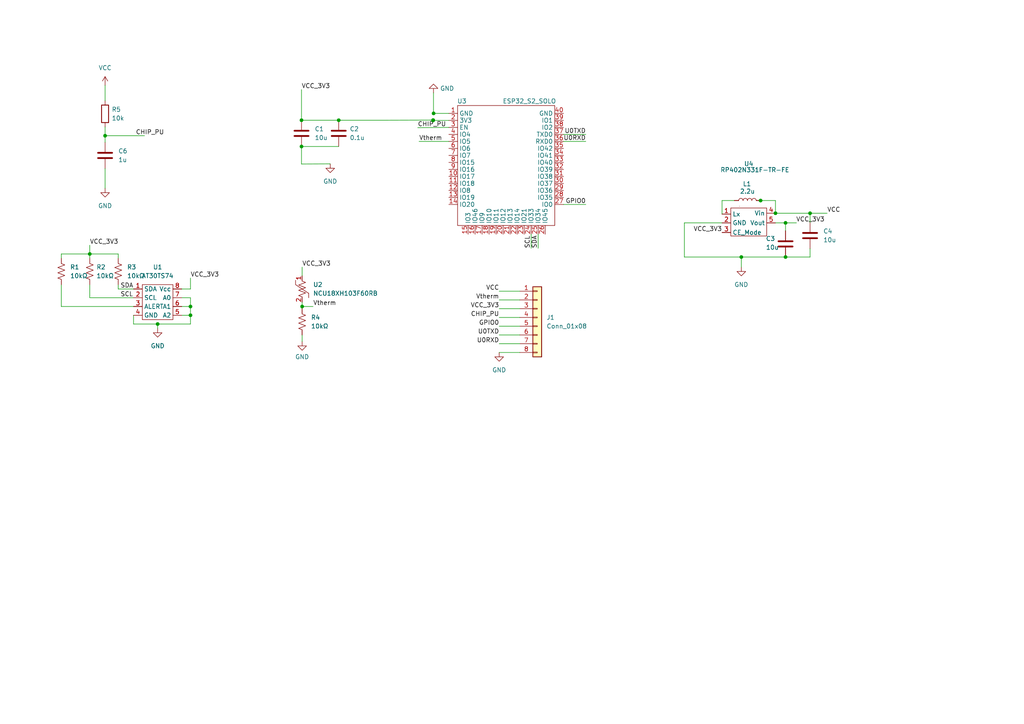
<source format=kicad_sch>
(kicad_sch (version 20211123) (generator eeschema)

  (uuid e63e39d7-6ac0-4ffd-8aa3-1841a4541b55)

  (paper "A4")

  (lib_symbols
    (symbol "CPU:ESP32_S2_SOLO" (in_bom yes) (on_board yes)
      (property "Reference" "U?" (id 0) (at -18.796 17.018 0)
        (effects (font (size 1.27 1.27)))
      )
      (property "Value" "ESP32_S2_SOLO" (id 1) (at 0.762 17.018 0)
        (effects (font (size 1.27 1.27)))
      )
      (property "Footprint" "ESP-32-S2:ESP-32-S2-SOLO" (id 2) (at -27.178 25.4 0)
        (effects (font (size 1.27 1.27)) hide)
      )
      (property "Datasheet" "" (id 3) (at -27.178 25.4 0)
        (effects (font (size 1.27 1.27)) hide)
      )
      (symbol "ESP32_S2_SOLO_0_1"
        (rectangle (start -20.066 15.748) (end 8.128 -19.05)
          (stroke (width 0) (type default) (color 0 0 0 0))
          (fill (type none))
        )
      )
      (symbol "ESP32_S2_SOLO_1_1"
        (pin input line (at -22.606 13.462 0) (length 2.54)
          (name "GND" (effects (font (size 1.27 1.27))))
          (number "1" (effects (font (size 1.27 1.27))))
        )
        (pin input line (at -22.606 -4.826 0) (length 2.54)
          (name "IO17" (effects (font (size 1.27 1.27))))
          (number "10" (effects (font (size 1.27 1.27))))
        )
        (pin input line (at -22.606 -6.858 0) (length 2.54)
          (name "IO18" (effects (font (size 1.27 1.27))))
          (number "11" (effects (font (size 1.27 1.27))))
        )
        (pin input line (at -22.606 -8.89 0) (length 2.54)
          (name "IO8" (effects (font (size 1.27 1.27))))
          (number "12" (effects (font (size 1.27 1.27))))
        )
        (pin input line (at -22.606 -10.922 0) (length 2.54)
          (name "IO19" (effects (font (size 1.27 1.27))))
          (number "13" (effects (font (size 1.27 1.27))))
        )
        (pin input line (at -22.606 -12.954 0) (length 2.54)
          (name "IO20" (effects (font (size 1.27 1.27))))
          (number "14" (effects (font (size 1.27 1.27))))
        )
        (pin input line (at -17.018 -21.59 90) (length 2.54)
          (name "IO3" (effects (font (size 1.27 1.27))))
          (number "15" (effects (font (size 1.27 1.27))))
        )
        (pin input line (at -14.986 -21.59 90) (length 2.54)
          (name "IO46" (effects (font (size 1.27 1.27))))
          (number "16" (effects (font (size 1.27 1.27))))
        )
        (pin input line (at -12.954 -21.59 90) (length 2.54)
          (name "IO9" (effects (font (size 1.27 1.27))))
          (number "17" (effects (font (size 1.27 1.27))))
        )
        (pin input line (at -10.922 -21.59 90) (length 2.54)
          (name "IO10" (effects (font (size 1.27 1.27))))
          (number "18" (effects (font (size 1.27 1.27))))
        )
        (pin input line (at -8.89 -21.59 90) (length 2.54)
          (name "IO11" (effects (font (size 1.27 1.27))))
          (number "19" (effects (font (size 1.27 1.27))))
        )
        (pin input line (at -22.606 11.43 0) (length 2.54)
          (name "3V3" (effects (font (size 1.27 1.27))))
          (number "2" (effects (font (size 1.27 1.27))))
        )
        (pin input line (at -6.858 -21.59 90) (length 2.54)
          (name "IO12" (effects (font (size 1.27 1.27))))
          (number "20" (effects (font (size 1.27 1.27))))
        )
        (pin input line (at -4.826 -21.59 90) (length 2.54)
          (name "IO13" (effects (font (size 1.27 1.27))))
          (number "21" (effects (font (size 1.27 1.27))))
        )
        (pin input line (at -2.794 -21.59 90) (length 2.54)
          (name "IO14" (effects (font (size 1.27 1.27))))
          (number "22" (effects (font (size 1.27 1.27))))
        )
        (pin input line (at -0.762 -21.59 90) (length 2.54)
          (name "IO21" (effects (font (size 1.27 1.27))))
          (number "23" (effects (font (size 1.27 1.27))))
        )
        (pin input line (at 1.27 -21.59 90) (length 2.54)
          (name "IO33" (effects (font (size 1.27 1.27))))
          (number "24" (effects (font (size 1.27 1.27))))
        )
        (pin input line (at 3.302 -21.59 90) (length 2.54)
          (name "IO34" (effects (font (size 1.27 1.27))))
          (number "25" (effects (font (size 1.27 1.27))))
        )
        (pin input line (at 5.334 -21.59 90) (length 2.54)
          (name "IO45" (effects (font (size 1.27 1.27))))
          (number "26" (effects (font (size 1.27 1.27))))
        )
        (pin input line (at 10.668 -12.954 180) (length 2.54)
          (name "IO0" (effects (font (size 1.27 1.27))))
          (number "27" (effects (font (size 1.27 1.27))))
        )
        (pin input line (at 10.668 -10.922 180) (length 2.54)
          (name "IO35" (effects (font (size 1.27 1.27))))
          (number "28" (effects (font (size 1.27 1.27))))
        )
        (pin input line (at 10.668 -8.89 180) (length 2.54)
          (name "IO36" (effects (font (size 1.27 1.27))))
          (number "29" (effects (font (size 1.27 1.27))))
        )
        (pin input line (at -22.606 9.398 0) (length 2.54)
          (name "EN" (effects (font (size 1.27 1.27))))
          (number "3" (effects (font (size 1.27 1.27))))
        )
        (pin input line (at 10.668 -6.858 180) (length 2.54)
          (name "IO37" (effects (font (size 1.27 1.27))))
          (number "30" (effects (font (size 1.27 1.27))))
        )
        (pin input line (at 10.668 -4.826 180) (length 2.54)
          (name "IO38" (effects (font (size 1.27 1.27))))
          (number "31" (effects (font (size 1.27 1.27))))
        )
        (pin input line (at 10.668 -2.794 180) (length 2.54)
          (name "IO39" (effects (font (size 1.27 1.27))))
          (number "32" (effects (font (size 1.27 1.27))))
        )
        (pin input line (at 10.668 -0.762 180) (length 2.54)
          (name "IO40" (effects (font (size 1.27 1.27))))
          (number "33" (effects (font (size 1.27 1.27))))
        )
        (pin input line (at 10.668 1.27 180) (length 2.54)
          (name "IO41" (effects (font (size 1.27 1.27))))
          (number "34" (effects (font (size 1.27 1.27))))
        )
        (pin input line (at 10.668 3.302 180) (length 2.54)
          (name "IO42" (effects (font (size 1.27 1.27))))
          (number "35" (effects (font (size 1.27 1.27))))
        )
        (pin input line (at 10.668 5.334 180) (length 2.54)
          (name "RXD0" (effects (font (size 1.27 1.27))))
          (number "36" (effects (font (size 1.27 1.27))))
        )
        (pin input line (at 10.668 7.366 180) (length 2.54)
          (name "TXD0" (effects (font (size 1.27 1.27))))
          (number "37" (effects (font (size 1.27 1.27))))
        )
        (pin input line (at 10.668 9.398 180) (length 2.54)
          (name "IO2" (effects (font (size 1.27 1.27))))
          (number "38" (effects (font (size 1.27 1.27))))
        )
        (pin input line (at 10.668 11.43 180) (length 2.54)
          (name "IO1" (effects (font (size 1.27 1.27))))
          (number "39" (effects (font (size 1.27 1.27))))
        )
        (pin input line (at -22.606 7.366 0) (length 2.54)
          (name "IO4" (effects (font (size 1.27 1.27))))
          (number "4" (effects (font (size 1.27 1.27))))
        )
        (pin input line (at 10.668 13.462 180) (length 2.54)
          (name "GND" (effects (font (size 1.27 1.27))))
          (number "40" (effects (font (size 1.27 1.27))))
        )
        (pin input line (at -22.606 5.334 0) (length 2.54)
          (name "IO5" (effects (font (size 1.27 1.27))))
          (number "5" (effects (font (size 1.27 1.27))))
        )
        (pin input line (at -22.606 3.302 0) (length 2.54)
          (name "IO6" (effects (font (size 1.27 1.27))))
          (number "6" (effects (font (size 1.27 1.27))))
        )
        (pin input line (at -22.606 1.27 0) (length 2.54)
          (name "IO7" (effects (font (size 1.27 1.27))))
          (number "7" (effects (font (size 1.27 1.27))))
        )
        (pin input line (at -22.606 -0.762 0) (length 2.54)
          (name "IO15" (effects (font (size 1.27 1.27))))
          (number "8" (effects (font (size 1.27 1.27))))
        )
        (pin input line (at -22.606 -2.794 0) (length 2.54)
          (name "IO16" (effects (font (size 1.27 1.27))))
          (number "9" (effects (font (size 1.27 1.27))))
        )
      )
    )
    (symbol "Connector_Generic:Conn_01x08" (pin_names (offset 1.016) hide) (in_bom yes) (on_board yes)
      (property "Reference" "J" (id 0) (at 0 10.16 0)
        (effects (font (size 1.27 1.27)))
      )
      (property "Value" "Conn_01x08" (id 1) (at 0 -12.7 0)
        (effects (font (size 1.27 1.27)))
      )
      (property "Footprint" "" (id 2) (at 0 0 0)
        (effects (font (size 1.27 1.27)) hide)
      )
      (property "Datasheet" "~" (id 3) (at 0 0 0)
        (effects (font (size 1.27 1.27)) hide)
      )
      (property "ki_keywords" "connector" (id 4) (at 0 0 0)
        (effects (font (size 1.27 1.27)) hide)
      )
      (property "ki_description" "Generic connector, single row, 01x08, script generated (kicad-library-utils/schlib/autogen/connector/)" (id 5) (at 0 0 0)
        (effects (font (size 1.27 1.27)) hide)
      )
      (property "ki_fp_filters" "Connector*:*_1x??_*" (id 6) (at 0 0 0)
        (effects (font (size 1.27 1.27)) hide)
      )
      (symbol "Conn_01x08_1_1"
        (rectangle (start -1.27 -10.033) (end 0 -10.287)
          (stroke (width 0.1524) (type default) (color 0 0 0 0))
          (fill (type none))
        )
        (rectangle (start -1.27 -7.493) (end 0 -7.747)
          (stroke (width 0.1524) (type default) (color 0 0 0 0))
          (fill (type none))
        )
        (rectangle (start -1.27 -4.953) (end 0 -5.207)
          (stroke (width 0.1524) (type default) (color 0 0 0 0))
          (fill (type none))
        )
        (rectangle (start -1.27 -2.413) (end 0 -2.667)
          (stroke (width 0.1524) (type default) (color 0 0 0 0))
          (fill (type none))
        )
        (rectangle (start -1.27 0.127) (end 0 -0.127)
          (stroke (width 0.1524) (type default) (color 0 0 0 0))
          (fill (type none))
        )
        (rectangle (start -1.27 2.667) (end 0 2.413)
          (stroke (width 0.1524) (type default) (color 0 0 0 0))
          (fill (type none))
        )
        (rectangle (start -1.27 5.207) (end 0 4.953)
          (stroke (width 0.1524) (type default) (color 0 0 0 0))
          (fill (type none))
        )
        (rectangle (start -1.27 7.747) (end 0 7.493)
          (stroke (width 0.1524) (type default) (color 0 0 0 0))
          (fill (type none))
        )
        (rectangle (start -1.27 8.89) (end 1.27 -11.43)
          (stroke (width 0.254) (type default) (color 0 0 0 0))
          (fill (type background))
        )
        (pin passive line (at -5.08 7.62 0) (length 3.81)
          (name "Pin_1" (effects (font (size 1.27 1.27))))
          (number "1" (effects (font (size 1.27 1.27))))
        )
        (pin passive line (at -5.08 5.08 0) (length 3.81)
          (name "Pin_2" (effects (font (size 1.27 1.27))))
          (number "2" (effects (font (size 1.27 1.27))))
        )
        (pin passive line (at -5.08 2.54 0) (length 3.81)
          (name "Pin_3" (effects (font (size 1.27 1.27))))
          (number "3" (effects (font (size 1.27 1.27))))
        )
        (pin passive line (at -5.08 0 0) (length 3.81)
          (name "Pin_4" (effects (font (size 1.27 1.27))))
          (number "4" (effects (font (size 1.27 1.27))))
        )
        (pin passive line (at -5.08 -2.54 0) (length 3.81)
          (name "Pin_5" (effects (font (size 1.27 1.27))))
          (number "5" (effects (font (size 1.27 1.27))))
        )
        (pin passive line (at -5.08 -5.08 0) (length 3.81)
          (name "Pin_6" (effects (font (size 1.27 1.27))))
          (number "6" (effects (font (size 1.27 1.27))))
        )
        (pin passive line (at -5.08 -7.62 0) (length 3.81)
          (name "Pin_7" (effects (font (size 1.27 1.27))))
          (number "7" (effects (font (size 1.27 1.27))))
        )
        (pin passive line (at -5.08 -10.16 0) (length 3.81)
          (name "Pin_8" (effects (font (size 1.27 1.27))))
          (number "8" (effects (font (size 1.27 1.27))))
        )
      )
    )
    (symbol "Device:C" (pin_numbers hide) (pin_names (offset 0.254)) (in_bom yes) (on_board yes)
      (property "Reference" "C" (id 0) (at 0.635 2.54 0)
        (effects (font (size 1.27 1.27)) (justify left))
      )
      (property "Value" "C" (id 1) (at 0.635 -2.54 0)
        (effects (font (size 1.27 1.27)) (justify left))
      )
      (property "Footprint" "" (id 2) (at 0.9652 -3.81 0)
        (effects (font (size 1.27 1.27)) hide)
      )
      (property "Datasheet" "~" (id 3) (at 0 0 0)
        (effects (font (size 1.27 1.27)) hide)
      )
      (property "ki_keywords" "cap capacitor" (id 4) (at 0 0 0)
        (effects (font (size 1.27 1.27)) hide)
      )
      (property "ki_description" "Unpolarized capacitor" (id 5) (at 0 0 0)
        (effects (font (size 1.27 1.27)) hide)
      )
      (property "ki_fp_filters" "C_*" (id 6) (at 0 0 0)
        (effects (font (size 1.27 1.27)) hide)
      )
      (symbol "C_0_1"
        (polyline
          (pts
            (xy -2.032 -0.762)
            (xy 2.032 -0.762)
          )
          (stroke (width 0.508) (type default) (color 0 0 0 0))
          (fill (type none))
        )
        (polyline
          (pts
            (xy -2.032 0.762)
            (xy 2.032 0.762)
          )
          (stroke (width 0.508) (type default) (color 0 0 0 0))
          (fill (type none))
        )
      )
      (symbol "C_1_1"
        (pin passive line (at 0 3.81 270) (length 2.794)
          (name "~" (effects (font (size 1.27 1.27))))
          (number "1" (effects (font (size 1.27 1.27))))
        )
        (pin passive line (at 0 -3.81 90) (length 2.794)
          (name "~" (effects (font (size 1.27 1.27))))
          (number "2" (effects (font (size 1.27 1.27))))
        )
      )
    )
    (symbol "Device:L" (pin_numbers hide) (pin_names (offset 1.016) hide) (in_bom yes) (on_board yes)
      (property "Reference" "L" (id 0) (at -1.27 0 90)
        (effects (font (size 1.27 1.27)))
      )
      (property "Value" "L" (id 1) (at 1.905 0 90)
        (effects (font (size 1.27 1.27)))
      )
      (property "Footprint" "" (id 2) (at 0 0 0)
        (effects (font (size 1.27 1.27)) hide)
      )
      (property "Datasheet" "~" (id 3) (at 0 0 0)
        (effects (font (size 1.27 1.27)) hide)
      )
      (property "ki_keywords" "inductor choke coil reactor magnetic" (id 4) (at 0 0 0)
        (effects (font (size 1.27 1.27)) hide)
      )
      (property "ki_description" "Inductor" (id 5) (at 0 0 0)
        (effects (font (size 1.27 1.27)) hide)
      )
      (property "ki_fp_filters" "Choke_* *Coil* Inductor_* L_*" (id 6) (at 0 0 0)
        (effects (font (size 1.27 1.27)) hide)
      )
      (symbol "L_0_1"
        (arc (start 0 -2.54) (mid 0.635 -1.905) (end 0 -1.27)
          (stroke (width 0) (type default) (color 0 0 0 0))
          (fill (type none))
        )
        (arc (start 0 -1.27) (mid 0.635 -0.635) (end 0 0)
          (stroke (width 0) (type default) (color 0 0 0 0))
          (fill (type none))
        )
        (arc (start 0 0) (mid 0.635 0.635) (end 0 1.27)
          (stroke (width 0) (type default) (color 0 0 0 0))
          (fill (type none))
        )
        (arc (start 0 1.27) (mid 0.635 1.905) (end 0 2.54)
          (stroke (width 0) (type default) (color 0 0 0 0))
          (fill (type none))
        )
      )
      (symbol "L_1_1"
        (pin passive line (at 0 3.81 270) (length 1.27)
          (name "1" (effects (font (size 1.27 1.27))))
          (number "1" (effects (font (size 1.27 1.27))))
        )
        (pin passive line (at 0 -3.81 90) (length 1.27)
          (name "2" (effects (font (size 1.27 1.27))))
          (number "2" (effects (font (size 1.27 1.27))))
        )
      )
    )
    (symbol "Device:R" (pin_numbers hide) (pin_names (offset 0)) (in_bom yes) (on_board yes)
      (property "Reference" "R" (id 0) (at 2.032 0 90)
        (effects (font (size 1.27 1.27)))
      )
      (property "Value" "R" (id 1) (at 0 0 90)
        (effects (font (size 1.27 1.27)))
      )
      (property "Footprint" "" (id 2) (at -1.778 0 90)
        (effects (font (size 1.27 1.27)) hide)
      )
      (property "Datasheet" "~" (id 3) (at 0 0 0)
        (effects (font (size 1.27 1.27)) hide)
      )
      (property "ki_keywords" "R res resistor" (id 4) (at 0 0 0)
        (effects (font (size 1.27 1.27)) hide)
      )
      (property "ki_description" "Resistor" (id 5) (at 0 0 0)
        (effects (font (size 1.27 1.27)) hide)
      )
      (property "ki_fp_filters" "R_*" (id 6) (at 0 0 0)
        (effects (font (size 1.27 1.27)) hide)
      )
      (symbol "R_0_1"
        (rectangle (start -1.016 -2.54) (end 1.016 2.54)
          (stroke (width 0.254) (type default) (color 0 0 0 0))
          (fill (type none))
        )
      )
      (symbol "R_1_1"
        (pin passive line (at 0 3.81 270) (length 1.27)
          (name "~" (effects (font (size 1.27 1.27))))
          (number "1" (effects (font (size 1.27 1.27))))
        )
        (pin passive line (at 0 -3.81 90) (length 1.27)
          (name "~" (effects (font (size 1.27 1.27))))
          (number "2" (effects (font (size 1.27 1.27))))
        )
      )
    )
    (symbol "Device:R_US" (pin_numbers hide) (pin_names (offset 0)) (in_bom yes) (on_board yes)
      (property "Reference" "R" (id 0) (at 2.54 0 90)
        (effects (font (size 1.27 1.27)))
      )
      (property "Value" "R_US" (id 1) (at -2.54 0 90)
        (effects (font (size 1.27 1.27)))
      )
      (property "Footprint" "" (id 2) (at 1.016 -0.254 90)
        (effects (font (size 1.27 1.27)) hide)
      )
      (property "Datasheet" "~" (id 3) (at 0 0 0)
        (effects (font (size 1.27 1.27)) hide)
      )
      (property "ki_keywords" "R res resistor" (id 4) (at 0 0 0)
        (effects (font (size 1.27 1.27)) hide)
      )
      (property "ki_description" "Resistor, US symbol" (id 5) (at 0 0 0)
        (effects (font (size 1.27 1.27)) hide)
      )
      (property "ki_fp_filters" "R_*" (id 6) (at 0 0 0)
        (effects (font (size 1.27 1.27)) hide)
      )
      (symbol "R_US_0_1"
        (polyline
          (pts
            (xy 0 -2.286)
            (xy 0 -2.54)
          )
          (stroke (width 0) (type default) (color 0 0 0 0))
          (fill (type none))
        )
        (polyline
          (pts
            (xy 0 2.286)
            (xy 0 2.54)
          )
          (stroke (width 0) (type default) (color 0 0 0 0))
          (fill (type none))
        )
        (polyline
          (pts
            (xy 0 -0.762)
            (xy 1.016 -1.143)
            (xy 0 -1.524)
            (xy -1.016 -1.905)
            (xy 0 -2.286)
          )
          (stroke (width 0) (type default) (color 0 0 0 0))
          (fill (type none))
        )
        (polyline
          (pts
            (xy 0 0.762)
            (xy 1.016 0.381)
            (xy 0 0)
            (xy -1.016 -0.381)
            (xy 0 -0.762)
          )
          (stroke (width 0) (type default) (color 0 0 0 0))
          (fill (type none))
        )
        (polyline
          (pts
            (xy 0 2.286)
            (xy 1.016 1.905)
            (xy 0 1.524)
            (xy -1.016 1.143)
            (xy 0 0.762)
          )
          (stroke (width 0) (type default) (color 0 0 0 0))
          (fill (type none))
        )
      )
      (symbol "R_US_1_1"
        (pin passive line (at 0 3.81 270) (length 1.27)
          (name "~" (effects (font (size 1.27 1.27))))
          (number "1" (effects (font (size 1.27 1.27))))
        )
        (pin passive line (at 0 -3.81 90) (length 1.27)
          (name "~" (effects (font (size 1.27 1.27))))
          (number "2" (effects (font (size 1.27 1.27))))
        )
      )
    )
    (symbol "Temp Sensors:AT30TS74" (in_bom yes) (on_board yes)
      (property "Reference" "U" (id 0) (at 0 0 0)
        (effects (font (size 1.27 1.27)))
      )
      (property "Value" "AT30TS74" (id 1) (at 0 0 0)
        (effects (font (size 1.27 1.27)))
      )
      (property "Footprint" "" (id 2) (at 0 0 0)
        (effects (font (size 1.27 1.27)) hide)
      )
      (property "Datasheet" "" (id 3) (at 0 0 0)
        (effects (font (size 1.27 1.27)) hide)
      )
      (symbol "AT30TS74_0_1"
        (rectangle (start -3.81 13.97) (end 5.08 3.81)
          (stroke (width 0) (type default) (color 0 0 0 0))
          (fill (type none))
        )
      )
      (symbol "AT30TS74_1_1"
        (pin bidirectional line (at -6.35 12.7 0) (length 2.54)
          (name "SDA" (effects (font (size 1.27 1.27))))
          (number "1" (effects (font (size 1.27 1.27))))
        )
        (pin input line (at -6.35 10.16 0) (length 2.54)
          (name "SCL" (effects (font (size 1.27 1.27))))
          (number "2" (effects (font (size 1.27 1.27))))
        )
        (pin output line (at -6.35 7.62 0) (length 2.54)
          (name "ALERT" (effects (font (size 1.27 1.27))))
          (number "3" (effects (font (size 1.27 1.27))))
        )
        (pin input line (at -6.35 5.08 0) (length 2.54)
          (name "GND" (effects (font (size 1.27 1.27))))
          (number "4" (effects (font (size 1.27 1.27))))
        )
        (pin input line (at 7.62 5.08 180) (length 2.54)
          (name "A2" (effects (font (size 1.27 1.27))))
          (number "5" (effects (font (size 1.27 1.27))))
        )
        (pin input line (at 7.62 7.62 180) (length 2.54)
          (name "A1" (effects (font (size 1.27 1.27))))
          (number "6" (effects (font (size 1.27 1.27))))
        )
        (pin input line (at 7.62 10.16 180) (length 2.54)
          (name "A0" (effects (font (size 1.27 1.27))))
          (number "7" (effects (font (size 1.27 1.27))))
        )
        (pin input line (at 7.62 12.7 180) (length 2.54)
          (name "Vcc" (effects (font (size 1.27 1.27))))
          (number "8" (effects (font (size 1.27 1.27))))
        )
      )
    )
    (symbol "Temp Sensors:NCU18XH103F60RB" (in_bom yes) (on_board yes)
      (property "Reference" "U" (id 0) (at 0 0 0)
        (effects (font (size 1.27 1.27)))
      )
      (property "Value" "NCU18XH103F60RB" (id 1) (at 0 0 0)
        (effects (font (size 1.27 1.27)))
      )
      (property "Footprint" "" (id 2) (at 0 0 0)
        (effects (font (size 1.27 1.27)) hide)
      )
      (property "Datasheet" "" (id 3) (at 0 0 0)
        (effects (font (size 1.27 1.27)) hide)
      )
      (symbol "NCU18XH103F60RB_0_1"
        (polyline
          (pts
            (xy 0 6.604)
            (xy 0 6.35)
          )
          (stroke (width 0) (type default) (color 0 0 0 0))
          (fill (type none))
        )
        (polyline
          (pts
            (xy 0 11.176)
            (xy 0 11.43)
          )
          (stroke (width 0) (type default) (color 0 0 0 0))
          (fill (type none))
        )
        (polyline
          (pts
            (xy 1.905 7.62)
            (xy 1.905 6.35)
          )
          (stroke (width 0) (type default) (color 0 0 0 0))
          (fill (type none))
        )
        (polyline
          (pts
            (xy -1.905 11.43)
            (xy -1.905 10.16)
            (xy 1.905 7.62)
          )
          (stroke (width 0) (type default) (color 0 0 0 0))
          (fill (type none))
        )
        (polyline
          (pts
            (xy 0 8.128)
            (xy 1.016 7.747)
            (xy 0 7.366)
            (xy -1.016 6.985)
            (xy 0 6.604)
          )
          (stroke (width 0) (type default) (color 0 0 0 0))
          (fill (type none))
        )
        (polyline
          (pts
            (xy 0 9.652)
            (xy 1.016 9.271)
            (xy 0 8.89)
            (xy -1.016 8.509)
            (xy 0 8.128)
          )
          (stroke (width 0) (type default) (color 0 0 0 0))
          (fill (type none))
        )
        (polyline
          (pts
            (xy 0 11.176)
            (xy 1.016 10.795)
            (xy 0 10.414)
            (xy -1.016 10.033)
            (xy 0 9.652)
          )
          (stroke (width 0) (type default) (color 0 0 0 0))
          (fill (type none))
        )
      )
      (symbol "NCU18XH103F60RB_1_1"
        (pin passive line (at 0 12.7 270) (length 1.27)
          (name "" (effects (font (size 1.27 1.27))))
          (number "1" (effects (font (size 1.27 1.27))))
        )
        (pin passive line (at 0 5.08 90) (length 1.27)
          (name "~" (effects (font (size 1.27 1.27))))
          (number "2" (effects (font (size 1.27 1.27))))
        )
      )
    )
    (symbol "power:GND" (power) (pin_names (offset 0)) (in_bom yes) (on_board yes)
      (property "Reference" "#PWR" (id 0) (at 0 -6.35 0)
        (effects (font (size 1.27 1.27)) hide)
      )
      (property "Value" "GND" (id 1) (at 0 -3.81 0)
        (effects (font (size 1.27 1.27)))
      )
      (property "Footprint" "" (id 2) (at 0 0 0)
        (effects (font (size 1.27 1.27)) hide)
      )
      (property "Datasheet" "" (id 3) (at 0 0 0)
        (effects (font (size 1.27 1.27)) hide)
      )
      (property "ki_keywords" "power-flag" (id 4) (at 0 0 0)
        (effects (font (size 1.27 1.27)) hide)
      )
      (property "ki_description" "Power symbol creates a global label with name \"GND\" , ground" (id 5) (at 0 0 0)
        (effects (font (size 1.27 1.27)) hide)
      )
      (symbol "GND_0_1"
        (polyline
          (pts
            (xy 0 0)
            (xy 0 -1.27)
            (xy 1.27 -1.27)
            (xy 0 -2.54)
            (xy -1.27 -1.27)
            (xy 0 -1.27)
          )
          (stroke (width 0) (type default) (color 0 0 0 0))
          (fill (type none))
        )
      )
      (symbol "GND_1_1"
        (pin power_in line (at 0 0 270) (length 0) hide
          (name "GND" (effects (font (size 1.27 1.27))))
          (number "1" (effects (font (size 1.27 1.27))))
        )
      )
    )
    (symbol "power:RP402N331F-TR-FE" (in_bom yes) (on_board yes)
      (property "Reference" "U" (id 0) (at -0.762 -1.524 0)
        (effects (font (size 1.27 1.27)))
      )
      (property "Value" "RP402N331F-TR-FE" (id 1) (at -0.508 -11.938 0)
        (effects (font (size 1.27 1.27)))
      )
      (property "Footprint" "" (id 2) (at 0 0 0)
        (effects (font (size 1.27 1.27)) hide)
      )
      (property "Datasheet" "" (id 3) (at 0 0 0)
        (effects (font (size 1.27 1.27)) hide)
      )
      (symbol "RP402N331F-TR-FE_0_1"
        (rectangle (start -6.35 -2.54) (end 4.064 -10.668)
          (stroke (width 0) (type default) (color 0 0 0 0))
          (fill (type none))
        )
        (rectangle (start -3.81 -2.032) (end -3.81 -2.032)
          (stroke (width 0) (type default) (color 0 0 0 0))
          (fill (type none))
        )
      )
      (symbol "RP402N331F-TR-FE_1_1"
        (pin input line (at -8.89 -4.318 0) (length 2.54)
          (name "Lx" (effects (font (size 1.27 1.27))))
          (number "1" (effects (font (size 1.27 1.27))))
        )
        (pin input line (at -8.89 -6.858 0) (length 2.54)
          (name "GND" (effects (font (size 1.27 1.27))))
          (number "2" (effects (font (size 1.27 1.27))))
        )
        (pin input line (at -8.89 -9.652 0) (length 2.54)
          (name "CE_Mode" (effects (font (size 1.27 1.27))))
          (number "3" (effects (font (size 1.27 1.27))))
        )
        (pin input line (at 6.604 -4.064 180) (length 2.54)
          (name "Vin" (effects (font (size 1.27 1.27))))
          (number "4" (effects (font (size 1.27 1.27))))
        )
        (pin input line (at 6.604 -6.858 180) (length 2.54)
          (name "Vout" (effects (font (size 1.27 1.27))))
          (number "5" (effects (font (size 1.27 1.27))))
        )
      )
    )
    (symbol "power:VCC" (power) (pin_names (offset 0)) (in_bom yes) (on_board yes)
      (property "Reference" "#PWR" (id 0) (at 0 -3.81 0)
        (effects (font (size 1.27 1.27)) hide)
      )
      (property "Value" "VCC" (id 1) (at 0 3.81 0)
        (effects (font (size 1.27 1.27)))
      )
      (property "Footprint" "" (id 2) (at 0 0 0)
        (effects (font (size 1.27 1.27)) hide)
      )
      (property "Datasheet" "" (id 3) (at 0 0 0)
        (effects (font (size 1.27 1.27)) hide)
      )
      (property "ki_keywords" "power-flag" (id 4) (at 0 0 0)
        (effects (font (size 1.27 1.27)) hide)
      )
      (property "ki_description" "Power symbol creates a global label with name \"VCC\"" (id 5) (at 0 0 0)
        (effects (font (size 1.27 1.27)) hide)
      )
      (symbol "VCC_0_1"
        (polyline
          (pts
            (xy -0.762 1.27)
            (xy 0 2.54)
          )
          (stroke (width 0) (type default) (color 0 0 0 0))
          (fill (type none))
        )
        (polyline
          (pts
            (xy 0 0)
            (xy 0 2.54)
          )
          (stroke (width 0) (type default) (color 0 0 0 0))
          (fill (type none))
        )
        (polyline
          (pts
            (xy 0 2.54)
            (xy 0.762 1.27)
          )
          (stroke (width 0) (type default) (color 0 0 0 0))
          (fill (type none))
        )
      )
      (symbol "VCC_1_1"
        (pin power_in line (at 0 0 90) (length 0) hide
          (name "VCC" (effects (font (size 1.27 1.27))))
          (number "1" (effects (font (size 1.27 1.27))))
        )
      )
    )
  )

  (junction (at 227.838 74.549) (diameter 0) (color 0 0 0 0)
    (uuid 08c95c5c-3289-4219-967f-78d0062c8e85)
  )
  (junction (at 234.95 61.849) (diameter 0) (color 0 0 0 0)
    (uuid 205c7920-af34-4ccc-98b8-351052b22b3c)
  )
  (junction (at 125.6244 34.925) (diameter 0) (color 0 0 0 0)
    (uuid 268f82a4-e906-4730-9f8c-4318937aaf59)
  )
  (junction (at 220.599 58.166) (diameter 0) (color 0 0 0 0)
    (uuid 2d34d047-f6a2-4422-b1ae-6b0db0c493cb)
  )
  (junction (at 87.4487 42.4903) (diameter 0) (color 0 0 0 0)
    (uuid 412bb8a2-b81f-4e41-8749-1ac5a36dfc26)
  )
  (junction (at 224.917 61.849) (diameter 0) (color 0 0 0 0)
    (uuid 58e89bdd-6484-4a7a-b6fb-c5a980f2ee13)
  )
  (junction (at 125.755 32.893) (diameter 0) (color 0 0 0 0)
    (uuid 89a4d468-bc6a-498b-b0be-b6a3386411f3)
  )
  (junction (at 98.2437 34.8703) (diameter 0) (color 0 0 0 0)
    (uuid 8edc9dab-270b-46ce-86c7-43d2ea9d2561)
  )
  (junction (at 87.4487 34.8703) (diameter 0) (color 0 0 0 0)
    (uuid 9849f984-f52a-4f3b-ade9-53c99cd43b71)
  )
  (junction (at 30.48 39.37) (diameter 0) (color 0 0 0 0)
    (uuid ae6f0bed-ef5b-400f-a616-3fe2d1a9d650)
  )
  (junction (at 55.245 91.44) (diameter 0) (color 0 0 0 0)
    (uuid b31e16ee-62f3-4a2c-a415-c04b2c5354c4)
  )
  (junction (at 227.838 64.643) (diameter 0) (color 0 0 0 0)
    (uuid c2e1af5c-e691-45b2-ba84-605035166d14)
  )
  (junction (at 26.035 73.66) (diameter 0) (color 0 0 0 0)
    (uuid c5ac15a6-7a3d-42a9-adb0-f88cb8f1134d)
  )
  (junction (at 55.245 88.9) (diameter 0) (color 0 0 0 0)
    (uuid cc5f8ad5-66e3-4bf7-8f7b-b8e01af0dea7)
  )
  (junction (at 45.72 93.98) (diameter 0) (color 0 0 0 0)
    (uuid da4349c5-9342-4c74-8c10-cca4c3af9ad1)
  )
  (junction (at 87.63 88.9) (diameter 0) (color 0 0 0 0)
    (uuid e23d2f23-c5fa-41b1-833b-f716c8e6034d)
  )
  (junction (at 125.6244 34.8247) (diameter 0) (color 0 0 0 0)
    (uuid efe5564d-b5e3-4995-a000-92bbe0ed2e9e)
  )
  (junction (at 215.011 74.549) (diameter 0) (color 0 0 0 0)
    (uuid fc9b3a92-91d8-4dc6-896d-26023ff41752)
  )

  (wire (pts (xy 224.917 58.166) (xy 224.917 61.849))
    (stroke (width 0) (type default) (color 0 0 0 0))
    (uuid 014daa1a-71b2-4fdb-a414-052e52b42645)
  )
  (wire (pts (xy 26.035 73.66) (xy 34.29 73.66))
    (stroke (width 0) (type default) (color 0 0 0 0))
    (uuid 024cef38-5927-47cb-8157-ae104f3635b5)
  )
  (wire (pts (xy 30.48 36.83) (xy 30.48 39.37))
    (stroke (width 0) (type default) (color 0 0 0 0))
    (uuid 03aa0391-0460-43cb-a05c-91984207971b)
  )
  (wire (pts (xy 144.78 97.155) (xy 150.749 97.155))
    (stroke (width 0) (type default) (color 0 0 0 0))
    (uuid 03e49033-552d-4ebb-aad4-410d2eac35ee)
  )
  (wire (pts (xy 34.29 74.93) (xy 34.29 73.66))
    (stroke (width 0) (type default) (color 0 0 0 0))
    (uuid 072105a7-00d2-4586-ae96-eaa36f354c11)
  )
  (wire (pts (xy 125.73 26.924) (xy 125.73 32.893))
    (stroke (width 0) (type default) (color 0 0 0 0))
    (uuid 0fbdc9ee-df6b-44fe-a070-c07eaa45f042)
  )
  (wire (pts (xy 38.735 83.82) (xy 34.29 83.82))
    (stroke (width 0) (type default) (color 0 0 0 0))
    (uuid 12417bb3-56e1-452b-b243-11e466304b31)
  )
  (wire (pts (xy 87.63 88.9) (xy 87.63 89.535))
    (stroke (width 0) (type default) (color 0 0 0 0))
    (uuid 1ae0a04f-6a47-40d4-919a-7274f322cce1)
  )
  (wire (pts (xy 227.838 74.549) (xy 234.95 74.549))
    (stroke (width 0) (type default) (color 0 0 0 0))
    (uuid 1f5678aa-6483-4545-96fe-000e97215f0d)
  )
  (wire (pts (xy 234.95 72.136) (xy 234.95 74.549))
    (stroke (width 0) (type default) (color 0 0 0 0))
    (uuid 2521d0f0-b142-470e-a982-e17efe4e691f)
  )
  (wire (pts (xy 30.48 24.765) (xy 30.48 29.21))
    (stroke (width 0) (type default) (color 0 0 0 0))
    (uuid 29fc716f-44a1-4edb-9c7f-b86e30527c37)
  )
  (wire (pts (xy 98.2437 34.8703) (xy 112.2137 34.8703))
    (stroke (width 0) (type default) (color 0 0 0 0))
    (uuid 2cb0e7dd-43b2-499e-b459-7a0f25aea13d)
  )
  (wire (pts (xy 55.245 93.98) (xy 45.72 93.98))
    (stroke (width 0) (type default) (color 0 0 0 0))
    (uuid 2d1c91d8-38b3-43c0-b97d-fce7765e77d5)
  )
  (wire (pts (xy 26.035 82.55) (xy 26.035 86.36))
    (stroke (width 0) (type default) (color 0 0 0 0))
    (uuid 2ed120dc-814f-48c2-8306-066a8fc8c11b)
  )
  (wire (pts (xy 38.735 88.9) (xy 17.78 88.9))
    (stroke (width 0) (type default) (color 0 0 0 0))
    (uuid 2f31d828-0d1a-434e-9870-915efe828302)
  )
  (wire (pts (xy 87.63 87.63) (xy 87.63 88.9))
    (stroke (width 0) (type default) (color 0 0 0 0))
    (uuid 308d296e-498d-4c7f-a83b-95457845be8f)
  )
  (wire (pts (xy 209.423 62.103) (xy 209.423 58.166))
    (stroke (width 0) (type default) (color 0 0 0 0))
    (uuid 3357e289-9dc1-4db7-ae6a-7b31bbe98eb8)
  )
  (wire (pts (xy 130.175 34.925) (xy 125.6244 34.925))
    (stroke (width 0) (type default) (color 0 0 0 0))
    (uuid 34dae75d-e5da-41a2-8e35-3245695fd4d3)
  )
  (wire (pts (xy 227.838 64.643) (xy 231.013 64.643))
    (stroke (width 0) (type default) (color 0 0 0 0))
    (uuid 3c4b8fca-d22d-4df4-9c98-c279260666a3)
  )
  (wire (pts (xy 17.78 73.66) (xy 26.035 73.66))
    (stroke (width 0) (type default) (color 0 0 0 0))
    (uuid 3cc40abc-9324-4b0c-bbc4-c9383a5d7f62)
  )
  (wire (pts (xy 26.035 71.12) (xy 26.035 73.66))
    (stroke (width 0) (type default) (color 0 0 0 0))
    (uuid 42589805-d870-4e5e-a7a4-a45895232563)
  )
  (wire (pts (xy 227.838 74.549) (xy 215.011 74.549))
    (stroke (width 0) (type default) (color 0 0 0 0))
    (uuid 42ad55be-8516-4f7b-9c06-1d8da2f7d7ab)
  )
  (wire (pts (xy 52.705 91.44) (xy 55.245 91.44))
    (stroke (width 0) (type default) (color 0 0 0 0))
    (uuid 462306fa-d1c6-4ade-a0cc-1c9c63620ef3)
  )
  (wire (pts (xy 144.78 94.615) (xy 150.749 94.615))
    (stroke (width 0) (type default) (color 0 0 0 0))
    (uuid 481790be-86d4-4132-ab73-2fe1fe536f2e)
  )
  (wire (pts (xy 234.95 61.849) (xy 239.903 61.849))
    (stroke (width 0) (type default) (color 0 0 0 0))
    (uuid 4980b620-e26c-4796-8044-1032e0954acc)
  )
  (wire (pts (xy 144.78 89.535) (xy 150.749 89.535))
    (stroke (width 0) (type default) (color 0 0 0 0))
    (uuid 4a03e68f-c74c-4c42-b2e5-5605e5ce9473)
  )
  (wire (pts (xy 144.78 99.695) (xy 150.749 99.695))
    (stroke (width 0) (type default) (color 0 0 0 0))
    (uuid 4aa97962-4366-435d-bed0-dce16d744c03)
  )
  (wire (pts (xy 55.245 88.9) (xy 55.245 91.44))
    (stroke (width 0) (type default) (color 0 0 0 0))
    (uuid 4b36c223-022d-4c3f-ac57-c5ae053b1f9e)
  )
  (wire (pts (xy 38.735 93.98) (xy 45.72 93.98))
    (stroke (width 0) (type default) (color 0 0 0 0))
    (uuid 4d6e8354-b195-435b-93fe-2795a3a19bbd)
  )
  (wire (pts (xy 215.011 74.549) (xy 198.501 74.549))
    (stroke (width 0) (type default) (color 0 0 0 0))
    (uuid 53a5d7ca-5eb4-4229-bff6-03025b2e1825)
  )
  (wire (pts (xy 163.449 41.021) (xy 169.9208 41.021))
    (stroke (width 0) (type default) (color 0 0 0 0))
    (uuid 53ece976-20da-464e-8846-5eedec3196b9)
  )
  (wire (pts (xy 156.083 67.945) (xy 156.083 72.009))
    (stroke (width 0) (type default) (color 0 0 0 0))
    (uuid 5448cd13-b4d2-422e-92ba-36bded648603)
  )
  (wire (pts (xy 17.78 73.66) (xy 17.78 74.93))
    (stroke (width 0) (type default) (color 0 0 0 0))
    (uuid 57f8e806-0768-47cf-ba9e-79373a66c726)
  )
  (wire (pts (xy 125.755 32.893) (xy 130.175 32.893))
    (stroke (width 0) (type default) (color 0 0 0 0))
    (uuid 5c17f93e-a6bb-480b-ab13-f34af64b3daf)
  )
  (wire (pts (xy 87.63 97.155) (xy 87.63 99.06))
    (stroke (width 0) (type default) (color 0 0 0 0))
    (uuid 5d70f3dd-d9d5-42e8-a931-85d7a2c8a54b)
  )
  (wire (pts (xy 125.6244 34.925) (xy 125.6244 34.8247))
    (stroke (width 0) (type default) (color 0 0 0 0))
    (uuid 5f8eb8f0-4175-48b3-9b18-8575cc2e561f)
  )
  (wire (pts (xy 55.245 86.36) (xy 55.245 88.9))
    (stroke (width 0) (type default) (color 0 0 0 0))
    (uuid 62664196-ab9a-47a3-bdde-ec51441c6fdd)
  )
  (wire (pts (xy 215.011 74.549) (xy 215.011 77.47))
    (stroke (width 0) (type default) (color 0 0 0 0))
    (uuid 66102acc-ff95-4123-b269-c134a4cec37c)
  )
  (wire (pts (xy 163.449 38.989) (xy 169.9208 38.989))
    (stroke (width 0) (type default) (color 0 0 0 0))
    (uuid 6d3bf520-c5f1-4bfc-9eba-9bf2c3f8cca6)
  )
  (wire (pts (xy 55.245 91.44) (xy 55.245 93.98))
    (stroke (width 0) (type default) (color 0 0 0 0))
    (uuid 6df15912-5ffb-4291-87a9-9ac859a63a37)
  )
  (wire (pts (xy 87.4487 34.8703) (xy 98.2437 34.8703))
    (stroke (width 0) (type default) (color 0 0 0 0))
    (uuid 7135ec38-04a5-40a7-90ed-1f92693df47f)
  )
  (wire (pts (xy 87.4487 42.4903) (xy 98.2437 42.4903))
    (stroke (width 0) (type default) (color 0 0 0 0))
    (uuid 71a1cd4c-c703-4cc9-b332-27823f2df6ed)
  )
  (wire (pts (xy 52.705 83.82) (xy 55.245 83.82))
    (stroke (width 0) (type default) (color 0 0 0 0))
    (uuid 743d8da9-eb43-4371-8313-505007abb989)
  )
  (wire (pts (xy 224.917 64.643) (xy 227.838 64.643))
    (stroke (width 0) (type default) (color 0 0 0 0))
    (uuid 7668a732-3a98-42a8-8bb3-e67ccef02071)
  )
  (wire (pts (xy 26.035 73.66) (xy 26.035 74.93))
    (stroke (width 0) (type default) (color 0 0 0 0))
    (uuid 7a88a4a5-d794-417c-a9ae-d20c0a3fbcf8)
  )
  (wire (pts (xy 38.735 91.44) (xy 38.735 93.98))
    (stroke (width 0) (type default) (color 0 0 0 0))
    (uuid 7b001615-c5bc-4c08-a3cd-4dbefade1a20)
  )
  (wire (pts (xy 227.838 64.643) (xy 227.838 66.929))
    (stroke (width 0) (type default) (color 0 0 0 0))
    (uuid 7d7fa067-909e-4c34-900a-d58973d04894)
  )
  (wire (pts (xy 154.051 67.945) (xy 154.051 72.009))
    (stroke (width 0) (type default) (color 0 0 0 0))
    (uuid 7dbfcfb9-0d54-4678-8a70-6171b3403ed1)
  )
  (wire (pts (xy 121.539 41.021) (xy 130.175 41.021))
    (stroke (width 0) (type default) (color 0 0 0 0))
    (uuid 7e191c40-ff2f-451f-b188-48c72d41a62c)
  )
  (wire (pts (xy 87.63 88.9) (xy 90.805 88.9))
    (stroke (width 0) (type default) (color 0 0 0 0))
    (uuid 8031c59a-5515-4027-ae09-9c9f5f54a0ba)
  )
  (wire (pts (xy 163.449 59.309) (xy 169.9208 59.309))
    (stroke (width 0) (type default) (color 0 0 0 0))
    (uuid 8168b70a-62d1-456e-b587-9577cdaba6b1)
  )
  (wire (pts (xy 144.78 86.995) (xy 150.749 86.995))
    (stroke (width 0) (type default) (color 0 0 0 0))
    (uuid 893e8665-4cbe-4be0-8897-2e49f5ae61c0)
  )
  (wire (pts (xy 45.72 93.98) (xy 45.72 95.25))
    (stroke (width 0) (type default) (color 0 0 0 0))
    (uuid 8a532a5e-bef9-4902-a8e4-8351de1e5086)
  )
  (wire (pts (xy 30.48 48.895) (xy 30.48 54.61))
    (stroke (width 0) (type default) (color 0 0 0 0))
    (uuid 9d1f795f-a256-4438-8329-39da2414d263)
  )
  (wire (pts (xy 224.917 61.849) (xy 234.95 61.849))
    (stroke (width 0) (type default) (color 0 0 0 0))
    (uuid 9d6d8339-3350-4111-b839-c7d08f32c5f8)
  )
  (wire (pts (xy 30.48 39.37) (xy 30.48 41.275))
    (stroke (width 0) (type default) (color 0 0 0 0))
    (uuid a7520964-6db7-4b02-9f12-7573aed5e574)
  )
  (wire (pts (xy 112.2137 34.8703) (xy 125.6244 34.8247))
    (stroke (width 0) (type default) (color 0 0 0 0))
    (uuid a98c19c2-31fe-4471-8f0e-f93ff03a5098)
  )
  (wire (pts (xy 198.501 64.643) (xy 198.501 74.549))
    (stroke (width 0) (type default) (color 0 0 0 0))
    (uuid aa771205-6292-4441-84a3-ac3c95aaf4e1)
  )
  (wire (pts (xy 87.4487 34.8703) (xy 87.4487 25.9803))
    (stroke (width 0) (type default) (color 0 0 0 0))
    (uuid b063d236-ea9a-4d45-aa6d-5827e35b1a72)
  )
  (wire (pts (xy 220.472 58.166) (xy 220.599 58.166))
    (stroke (width 0) (type default) (color 0 0 0 0))
    (uuid b07c4a75-8b91-4676-a946-091868852fb8)
  )
  (wire (pts (xy 220.599 58.166) (xy 224.917 58.166))
    (stroke (width 0) (type default) (color 0 0 0 0))
    (uuid bc6c30a4-5955-4d81-9273-c1aad4387e7d)
  )
  (wire (pts (xy 17.78 82.55) (xy 17.78 88.9))
    (stroke (width 0) (type default) (color 0 0 0 0))
    (uuid c181f322-347c-47cb-9dbd-24ac27d700ff)
  )
  (wire (pts (xy 38.735 86.36) (xy 26.035 86.36))
    (stroke (width 0) (type default) (color 0 0 0 0))
    (uuid c27d3e38-0441-4875-aa28-f21e9e946183)
  )
  (wire (pts (xy 34.29 82.55) (xy 34.29 83.82))
    (stroke (width 0) (type default) (color 0 0 0 0))
    (uuid c4d5438a-f1b2-485c-b68d-37678a176746)
  )
  (wire (pts (xy 144.78 84.455) (xy 150.749 84.455))
    (stroke (width 0) (type default) (color 0 0 0 0))
    (uuid c617dea1-2a6a-497b-8915-ba81ecdd193f)
  )
  (wire (pts (xy 30.48 39.37) (xy 41.91 39.37))
    (stroke (width 0) (type default) (color 0 0 0 0))
    (uuid cae33e9b-f318-4e30-bba7-df35a28f83ac)
  )
  (wire (pts (xy 87.4487 42.4903) (xy 87.4487 47.5703))
    (stroke (width 0) (type default) (color 0 0 0 0))
    (uuid cf7e7ba4-7570-4482-98c1-3c000de73eb9)
  )
  (wire (pts (xy 87.4487 47.5703) (xy 95.7794 47.5247))
    (stroke (width 0) (type default) (color 0 0 0 0))
    (uuid d0dc2803-3fb8-4313-a91a-93f2868e1e3a)
  )
  (wire (pts (xy 209.423 64.643) (xy 198.501 64.643))
    (stroke (width 0) (type default) (color 0 0 0 0))
    (uuid d67c72c0-c93b-4cc5-b15d-acaf44e08394)
  )
  (wire (pts (xy 125.73 32.893) (xy 125.755 32.893))
    (stroke (width 0) (type default) (color 0 0 0 0))
    (uuid d93ab89e-1680-46ed-b3b0-b42b2a1dc5ac)
  )
  (wire (pts (xy 144.78 102.235) (xy 150.749 102.235))
    (stroke (width 0) (type default) (color 0 0 0 0))
    (uuid ddf23dff-c23e-4eeb-98e7-20208fb74416)
  )
  (wire (pts (xy 234.95 61.849) (xy 234.95 64.516))
    (stroke (width 0) (type default) (color 0 0 0 0))
    (uuid e12e14e9-c34b-4980-8e30-5ecd3e0e14aa)
  )
  (wire (pts (xy 87.63 77.47) (xy 87.63 80.01))
    (stroke (width 0) (type default) (color 0 0 0 0))
    (uuid e8583c19-d98c-4fd3-a81d-5bb086260d44)
  )
  (wire (pts (xy 55.245 80.645) (xy 55.245 83.82))
    (stroke (width 0) (type default) (color 0 0 0 0))
    (uuid e8ae8aa2-6c83-4751-87be-af18c04f637b)
  )
  (wire (pts (xy 52.705 86.36) (xy 55.245 86.36))
    (stroke (width 0) (type default) (color 0 0 0 0))
    (uuid e923f542-86f3-48d7-8e8d-ffb676a4eece)
  )
  (wire (pts (xy 209.423 58.166) (xy 212.979 58.166))
    (stroke (width 0) (type default) (color 0 0 0 0))
    (uuid f2fa95a7-8915-4f30-b35e-96cc5ece4980)
  )
  (wire (pts (xy 121.158 37.0332) (xy 130.175 36.957))
    (stroke (width 0) (type default) (color 0 0 0 0))
    (uuid f3467687-3e76-44c5-ac88-3772f0a280fc)
  )
  (wire (pts (xy 52.705 88.9) (xy 55.245 88.9))
    (stroke (width 0) (type default) (color 0 0 0 0))
    (uuid f7436f03-26d9-479c-aab0-e11def7d02be)
  )
  (wire (pts (xy 144.78 92.075) (xy 150.749 92.075))
    (stroke (width 0) (type default) (color 0 0 0 0))
    (uuid fb063880-bcc1-40dd-8167-6b0ee512a435)
  )

  (label "Vtherm" (at 90.805 88.9 0)
    (effects (font (size 1.27 1.27)) (justify left bottom))
    (uuid 074f2fc3-33c8-4722-99f7-2caf53b451e2)
  )
  (label "SCL" (at 34.925 86.36 0)
    (effects (font (size 1.27 1.27)) (justify left bottom))
    (uuid 103806ca-b367-49d2-b039-b7f9f1d72921)
  )
  (label "VCC_3V3" (at 55.245 80.645 0)
    (effects (font (size 1.27 1.27)) (justify left bottom))
    (uuid 13a3baf4-346a-4144-859d-04b0e604de6c)
  )
  (label "Vtherm" (at 121.539 41.021 0)
    (effects (font (size 1.27 1.27)) (justify left bottom))
    (uuid 19c08517-24be-4325-b65d-f0f495a94128)
  )
  (label "CHIP_PU" (at 121.158 37.0332 0)
    (effects (font (size 1.27 1.27)) (justify left bottom))
    (uuid 1b927b57-42bf-4a32-aa38-2544b95113b6)
  )
  (label "VCC_3V3" (at 209.423 67.437 180)
    (effects (font (size 1.27 1.27)) (justify right bottom))
    (uuid 1e9f9224-1a99-4155-b2b7-63bf1802f87a)
  )
  (label "VCC_3V3" (at 87.4522 25.9842 0)
    (effects (font (size 1.27 1.27)) (justify left bottom))
    (uuid 21c8899a-03d2-4545-9e48-97ae73f6cf1c)
  )
  (label "VCC_3V3" (at 230.886 64.643 0)
    (effects (font (size 1.27 1.27)) (justify left bottom))
    (uuid 3217f811-4481-4d33-a376-b7187a7ee157)
  )
  (label "GPIO0" (at 169.9208 59.309 180)
    (effects (font (size 1.27 1.27)) (justify right bottom))
    (uuid 35187031-2edb-46d5-a529-37a92ab8dc97)
  )
  (label "U0RXD" (at 144.78 99.695 180)
    (effects (font (size 1.27 1.27)) (justify right bottom))
    (uuid 41c89c8e-0f97-4797-9a39-8582a63268a5)
  )
  (label "CHIP_PU" (at 144.78 92.075 180)
    (effects (font (size 1.27 1.27)) (justify right bottom))
    (uuid 570ddeca-9233-4e08-806a-2cc4778d9974)
  )
  (label "Vtherm" (at 144.78 86.995 180)
    (effects (font (size 1.27 1.27)) (justify right bottom))
    (uuid 5fad088f-700d-41c8-bda5-ccc0b75d242c)
  )
  (label "GPIO0" (at 144.78 94.615 180)
    (effects (font (size 1.27 1.27)) (justify right bottom))
    (uuid 60c9e173-5512-4302-a552-85827b36983c)
  )
  (label "U0RXD" (at 169.9208 41.021 180)
    (effects (font (size 1.27 1.27)) (justify right bottom))
    (uuid 74475bed-bbc5-4b2c-9f0f-0d36f961ef9a)
  )
  (label "SDA" (at 156.083 72.009 90)
    (effects (font (size 1.27 1.27)) (justify left bottom))
    (uuid 8ba69e8a-0c9e-48b0-aab6-4d3415b8d814)
  )
  (label "VCC" (at 144.78 84.455 180)
    (effects (font (size 1.27 1.27)) (justify right bottom))
    (uuid 9697ac82-a02b-42d8-b2a1-38d78274ba8b)
  )
  (label "VCC_3V3" (at 144.78 89.535 180)
    (effects (font (size 1.27 1.27)) (justify right bottom))
    (uuid 97e6f81e-2627-47c9-aed2-49cd786bcafc)
  )
  (label "SDA" (at 34.925 83.82 0)
    (effects (font (size 1.27 1.27)) (justify left bottom))
    (uuid 9d8d7bde-1411-4ced-8a1f-3f0a14f213bb)
  )
  (label "U0TXD" (at 144.78 97.155 180)
    (effects (font (size 1.27 1.27)) (justify right bottom))
    (uuid 9f9d4e75-460b-4229-b546-57433be75d08)
  )
  (label "VCC" (at 239.903 61.849 0)
    (effects (font (size 1.27 1.27)) (justify left bottom))
    (uuid ab50259a-3be7-4d96-88ec-aea8a6823152)
  )
  (label "U0TXD" (at 169.9208 38.989 180)
    (effects (font (size 1.27 1.27)) (justify right bottom))
    (uuid b2901ff5-8d13-42fe-90fc-864d56f3b5ca)
  )
  (label "SCL" (at 154.051 72.009 90)
    (effects (font (size 1.27 1.27)) (justify left bottom))
    (uuid bb85ad1e-1db9-48c9-bd8a-af0657e1d8e9)
  )
  (label "VCC_3V3" (at 87.63 77.47 0)
    (effects (font (size 1.27 1.27)) (justify left bottom))
    (uuid c53242df-a128-44f0-a051-4c2ee3e8d63a)
  )
  (label "CHIP_PU" (at 39.37 39.37 0)
    (effects (font (size 1.27 1.27)) (justify left bottom))
    (uuid ccb464fb-bbbc-48a7-a7d9-786bc9e73636)
  )
  (label "VCC_3V3" (at 26.035 71.12 0)
    (effects (font (size 1.27 1.27)) (justify left bottom))
    (uuid df4b3339-c5fa-46b9-9696-05b9a3e13a21)
  )

  (symbol (lib_id "Temp Sensors:NCU18XH103F60RB") (at 87.63 92.71 0) (unit 1)
    (in_bom yes) (on_board yes) (fields_autoplaced)
    (uuid 00216a18-d892-42ba-a8e1-88e0cc828fb3)
    (property "Reference" "U2" (id 0) (at 90.805 82.5499 0)
      (effects (font (size 1.27 1.27)) (justify left))
    )
    (property "Value" "NCU18XH103F60RB" (id 1) (at 90.805 85.0899 0)
      (effects (font (size 1.27 1.27)) (justify left))
    )
    (property "Footprint" "Resistor_SMD:R_0805_2012Metric_Pad1.20x1.40mm_HandSolder" (id 2) (at 87.63 92.71 0)
      (effects (font (size 1.27 1.27)) hide)
    )
    (property "Datasheet" "" (id 3) (at 87.63 92.71 0)
      (effects (font (size 1.27 1.27)) hide)
    )
    (pin "1" (uuid 23461c65-7b2e-451e-87cb-8eb4700c121d))
    (pin "2" (uuid e83b0559-5c48-4675-b555-8ddd225c9fa9))
  )

  (symbol (lib_id "Device:L") (at 216.789 58.166 90) (unit 1)
    (in_bom yes) (on_board yes)
    (uuid 142a5750-e403-4e28-a7a9-e76b3b0b12f6)
    (property "Reference" "L1" (id 0) (at 216.662 53.34 90))
    (property "Value" "2.2u" (id 1) (at 216.789 55.499 90))
    (property "Footprint" "Inductor_SMD:L_0805_2012Metric_Pad1.05x1.20mm_HandSolder" (id 2) (at 216.789 58.166 0)
      (effects (font (size 1.27 1.27)) hide)
    )
    (property "Datasheet" "~" (id 3) (at 216.789 58.166 0)
      (effects (font (size 1.27 1.27)) hide)
    )
    (pin "1" (uuid 0b721e08-bfbc-4046-9d5f-57d3fb91f928))
    (pin "2" (uuid 548d2b1d-9058-4427-a075-506f31f257c6))
  )

  (symbol (lib_id "Device:R_US") (at 17.78 78.74 0) (unit 1)
    (in_bom yes) (on_board yes) (fields_autoplaced)
    (uuid 14d6d401-a404-4c2f-a8da-d54e532483d5)
    (property "Reference" "R1" (id 0) (at 20.32 77.4699 0)
      (effects (font (size 1.27 1.27)) (justify left))
    )
    (property "Value" "10kΩ" (id 1) (at 20.32 80.0099 0)
      (effects (font (size 1.27 1.27)) (justify left))
    )
    (property "Footprint" "Resistor_SMD:R_0805_2012Metric_Pad1.20x1.40mm_HandSolder" (id 2) (at 18.796 78.994 90)
      (effects (font (size 1.27 1.27)) hide)
    )
    (property "Datasheet" "~" (id 3) (at 17.78 78.74 0)
      (effects (font (size 1.27 1.27)) hide)
    )
    (pin "1" (uuid 58b71f6a-7870-440f-ba6c-8a5a5a6ec42c))
    (pin "2" (uuid 1df33cf8-6f9f-4381-ab4e-bbd8157ecffa))
  )

  (symbol (lib_id "Device:R_US") (at 34.29 78.74 0) (unit 1)
    (in_bom yes) (on_board yes) (fields_autoplaced)
    (uuid 14d73b90-0efa-4b18-8903-fcabeed25ec2)
    (property "Reference" "R3" (id 0) (at 36.83 77.4699 0)
      (effects (font (size 1.27 1.27)) (justify left))
    )
    (property "Value" "10kΩ" (id 1) (at 36.83 80.0099 0)
      (effects (font (size 1.27 1.27)) (justify left))
    )
    (property "Footprint" "Resistor_SMD:R_0805_2012Metric_Pad1.20x1.40mm_HandSolder" (id 2) (at 35.306 78.994 90)
      (effects (font (size 1.27 1.27)) hide)
    )
    (property "Datasheet" "~" (id 3) (at 34.29 78.74 0)
      (effects (font (size 1.27 1.27)) hide)
    )
    (pin "1" (uuid 44dd703a-a490-4e83-b6cc-aff73286c024))
    (pin "2" (uuid 70df2329-45b8-47b9-a518-0f9cee6dc6a1))
  )

  (symbol (lib_id "Device:R_US") (at 26.035 78.74 0) (unit 1)
    (in_bom yes) (on_board yes) (fields_autoplaced)
    (uuid 1c297131-deeb-400e-918a-e0d68f026d4d)
    (property "Reference" "R2" (id 0) (at 27.94 77.4699 0)
      (effects (font (size 1.27 1.27)) (justify left))
    )
    (property "Value" "10kΩ" (id 1) (at 27.94 80.0099 0)
      (effects (font (size 1.27 1.27)) (justify left))
    )
    (property "Footprint" "Resistor_SMD:R_0805_2012Metric_Pad1.20x1.40mm_HandSolder" (id 2) (at 27.051 78.994 90)
      (effects (font (size 1.27 1.27)) hide)
    )
    (property "Datasheet" "~" (id 3) (at 26.035 78.74 0)
      (effects (font (size 1.27 1.27)) hide)
    )
    (pin "1" (uuid 3648d3c3-5400-457c-89fe-064ddcd81a54))
    (pin "2" (uuid d80c1717-ac3d-4079-bb28-2615cdffe16d))
  )

  (symbol (lib_id "power:RP402N331F-TR-FE") (at 218.313 57.785 0) (unit 1)
    (in_bom yes) (on_board yes)
    (uuid 1d6c2d6c-bee0-401d-9749-98f17833afdd)
    (property "Reference" "U4" (id 0) (at 217.17 47.498 0))
    (property "Value" "RP402N331F-TR-FE" (id 1) (at 218.948 49.276 0))
    (property "Footprint" "Module:RP402N331F-TR-FE" (id 2) (at 218.313 57.785 0)
      (effects (font (size 1.27 1.27)) hide)
    )
    (property "Datasheet" "" (id 3) (at 218.313 57.785 0)
      (effects (font (size 1.27 1.27)) hide)
    )
    (pin "1" (uuid e6235600-87cc-4c82-b15f-34fb66b9bf0e))
    (pin "2" (uuid e73ef891-c9f9-42ab-894b-b2580ee0b0a1))
    (pin "3" (uuid 3785b88e-f652-4024-afb0-be4c22cdaea8))
    (pin "4" (uuid 0fffb828-f291-41d3-a83c-4eaa3df13f3a))
    (pin "5" (uuid f8e927af-4836-4b0f-8a57-dbca5a18a442))
  )

  (symbol (lib_id "Device:C") (at 234.95 68.326 0) (unit 1)
    (in_bom yes) (on_board yes) (fields_autoplaced)
    (uuid 1e338d48-329f-4bcc-9503-54fc71796eff)
    (property "Reference" "C4" (id 0) (at 238.76 67.0559 0)
      (effects (font (size 1.27 1.27)) (justify left))
    )
    (property "Value" "10u" (id 1) (at 238.76 69.5959 0)
      (effects (font (size 1.27 1.27)) (justify left))
    )
    (property "Footprint" "Capacitor_SMD:C_0805_2012Metric_Pad1.18x1.45mm_HandSolder" (id 2) (at 235.9152 72.136 0)
      (effects (font (size 1.27 1.27)) hide)
    )
    (property "Datasheet" "~" (id 3) (at 234.95 68.326 0)
      (effects (font (size 1.27 1.27)) hide)
    )
    (pin "1" (uuid 82b0fb7d-5548-49c3-b3cc-d6b0947d4a74))
    (pin "2" (uuid 8c738627-4c1f-44d2-b911-7c712b768eb7))
  )

  (symbol (lib_id "power:GND") (at 87.63 99.06 0) (unit 1)
    (in_bom yes) (on_board yes) (fields_autoplaced)
    (uuid 26460bf0-4292-4af5-96b6-cc839284de0f)
    (property "Reference" "#PWR0107" (id 0) (at 87.63 105.41 0)
      (effects (font (size 1.27 1.27)) hide)
    )
    (property "Value" "GND" (id 1) (at 87.63 103.505 0))
    (property "Footprint" "" (id 2) (at 87.63 99.06 0)
      (effects (font (size 1.27 1.27)) hide)
    )
    (property "Datasheet" "" (id 3) (at 87.63 99.06 0)
      (effects (font (size 1.27 1.27)) hide)
    )
    (pin "1" (uuid 5f23529f-9fec-4fcc-8638-93946c8ca42e))
  )

  (symbol (lib_id "power:VCC") (at 30.48 24.765 0) (unit 1)
    (in_bom yes) (on_board yes) (fields_autoplaced)
    (uuid 2950358f-6936-4178-8207-2732da81c435)
    (property "Reference" "#PWR0105" (id 0) (at 30.48 28.575 0)
      (effects (font (size 1.27 1.27)) hide)
    )
    (property "Value" "VCC" (id 1) (at 30.48 19.685 0))
    (property "Footprint" "" (id 2) (at 30.48 24.765 0)
      (effects (font (size 1.27 1.27)) hide)
    )
    (property "Datasheet" "" (id 3) (at 30.48 24.765 0)
      (effects (font (size 1.27 1.27)) hide)
    )
    (pin "1" (uuid 9b9caeb5-8cf1-4e19-b919-4bffda6c594f))
  )

  (symbol (lib_id "power:GND") (at 95.7794 47.5247 0) (unit 1)
    (in_bom yes) (on_board yes) (fields_autoplaced)
    (uuid 345f5a55-a200-4388-bac3-15d4257e82dd)
    (property "Reference" "#PWR0102" (id 0) (at 95.7794 53.8747 0)
      (effects (font (size 1.27 1.27)) hide)
    )
    (property "Value" "GND" (id 1) (at 95.7794 52.6047 0))
    (property "Footprint" "" (id 2) (at 95.7794 47.5247 0)
      (effects (font (size 1.27 1.27)) hide)
    )
    (property "Datasheet" "" (id 3) (at 95.7794 47.5247 0)
      (effects (font (size 1.27 1.27)) hide)
    )
    (pin "1" (uuid ff6839b7-0382-4d0e-b167-f2f7543832ec))
  )

  (symbol (lib_id "Device:R_US") (at 87.63 93.345 0) (unit 1)
    (in_bom yes) (on_board yes)
    (uuid 35c7e87e-bd77-46e2-9ee4-495d5e26528e)
    (property "Reference" "R4" (id 0) (at 90.17 92.0749 0)
      (effects (font (size 1.27 1.27)) (justify left))
    )
    (property "Value" "10kΩ" (id 1) (at 90.17 94.6149 0)
      (effects (font (size 1.27 1.27)) (justify left))
    )
    (property "Footprint" "Resistor_SMD:R_0805_2012Metric_Pad1.20x1.40mm_HandSolder" (id 2) (at 88.646 93.599 90)
      (effects (font (size 1.27 1.27)) hide)
    )
    (property "Datasheet" "~" (id 3) (at 87.63 93.345 0)
      (effects (font (size 1.27 1.27)) hide)
    )
    (pin "1" (uuid 0af65e18-45a4-44f6-89d5-75a0d48db793))
    (pin "2" (uuid 0f460891-1978-4377-af2b-41871507da5e))
  )

  (symbol (lib_id "Device:C") (at 30.48 45.085 0) (unit 1)
    (in_bom yes) (on_board yes) (fields_autoplaced)
    (uuid 422f9a24-3cae-4e78-a8f8-f2582e1cb881)
    (property "Reference" "C6" (id 0) (at 34.29 43.8149 0)
      (effects (font (size 1.27 1.27)) (justify left))
    )
    (property "Value" "1u" (id 1) (at 34.29 46.3549 0)
      (effects (font (size 1.27 1.27)) (justify left))
    )
    (property "Footprint" "Capacitor_SMD:C_0805_2012Metric_Pad1.18x1.45mm_HandSolder" (id 2) (at 31.4452 48.895 0)
      (effects (font (size 1.27 1.27)) hide)
    )
    (property "Datasheet" "~" (id 3) (at 30.48 45.085 0)
      (effects (font (size 1.27 1.27)) hide)
    )
    (pin "1" (uuid f9dc62ec-136f-4b9b-b132-2bc24a9d9e1c))
    (pin "2" (uuid 6b2ab153-2ee4-4dd9-880c-7669199a18a4))
  )

  (symbol (lib_id "Device:C") (at 98.2437 38.6803 0) (unit 1)
    (in_bom yes) (on_board yes) (fields_autoplaced)
    (uuid 4992d475-0be7-4851-8d0d-8d59244cb039)
    (property "Reference" "C2" (id 0) (at 101.4187 37.4102 0)
      (effects (font (size 1.27 1.27)) (justify left))
    )
    (property "Value" "0.1u" (id 1) (at 101.4187 39.9502 0)
      (effects (font (size 1.27 1.27)) (justify left))
    )
    (property "Footprint" "Capacitor_SMD:C_0805_2012Metric_Pad1.18x1.45mm_HandSolder" (id 2) (at 99.2089 42.4903 0)
      (effects (font (size 1.27 1.27)) hide)
    )
    (property "Datasheet" "~" (id 3) (at 98.2437 38.6803 0)
      (effects (font (size 1.27 1.27)) hide)
    )
    (pin "1" (uuid 2ace33fa-9bf7-435c-98cc-1d31484c1fad))
    (pin "2" (uuid 75cd3f86-5219-43b0-bd71-5258b4ff8c3a))
  )

  (symbol (lib_id "Temp Sensors:AT30TS74") (at 45.085 96.52 0) (unit 1)
    (in_bom yes) (on_board yes) (fields_autoplaced)
    (uuid 87735e19-7b3d-422c-8973-c55a8f0fee17)
    (property "Reference" "U1" (id 0) (at 45.72 77.47 0))
    (property "Value" "AT30TS74" (id 1) (at 45.72 80.01 0))
    (property "Footprint" "Package_SO:SOIC-8_3.9x4.9mm_P1.27mm" (id 2) (at 45.085 96.52 0)
      (effects (font (size 1.27 1.27)) hide)
    )
    (property "Datasheet" "" (id 3) (at 45.085 96.52 0)
      (effects (font (size 1.27 1.27)) hide)
    )
    (pin "1" (uuid bb6241f1-c19b-4f5f-b7c7-19cb63d08e0d))
    (pin "2" (uuid caf74a56-3653-4b15-9eb3-a201b31ab6ac))
    (pin "3" (uuid f82a6f35-b2e8-45e3-97f8-1c2e70fa4578))
    (pin "4" (uuid 89d30dc5-826e-436b-acb9-f9172d6bf59d))
    (pin "5" (uuid 6b64e661-ac63-4088-86f7-bff31ee003a7))
    (pin "6" (uuid f1a2b3d3-f238-4c2b-afc9-11873f409bc5))
    (pin "7" (uuid 4642eca3-0d97-4f28-9325-441b64ee9473))
    (pin "8" (uuid 6a0f0cb2-07ca-44ce-842b-2b4a1ed99733))
  )

  (symbol (lib_id "CPU:ESP32_S2_SOLO") (at 152.781 46.355 0) (unit 1)
    (in_bom yes) (on_board yes) (fields_autoplaced)
    (uuid 9124d28b-b335-4013-a30f-8fe9c53e5b12)
    (property "Reference" "U3" (id 0) (at 133.985 29.337 0))
    (property "Value" "ESP32_S2_SOLO" (id 1) (at 153.543 29.337 0))
    (property "Footprint" "Module:ESP-32-S2-SOLO" (id 2) (at 125.603 20.955 0)
      (effects (font (size 1.27 1.27)) hide)
    )
    (property "Datasheet" "" (id 3) (at 125.603 20.955 0)
      (effects (font (size 1.27 1.27)) hide)
    )
    (pin "1" (uuid 76027acc-26e3-449a-ac06-42967bcb2137))
    (pin "10" (uuid 91ab3f4d-d809-4607-a1fa-cd4bd6a0726c))
    (pin "11" (uuid 3510a739-668e-4f11-83a1-6481b757b3f0))
    (pin "12" (uuid 9c3da690-2fa9-46db-8a28-a3110e00961e))
    (pin "13" (uuid 4e8df529-8d47-4e77-865b-b182783e5fc5))
    (pin "14" (uuid 0851a28a-072d-4eb8-9eb6-9182523e5197))
    (pin "15" (uuid 5eed351f-98f5-471e-9233-df27873867e0))
    (pin "16" (uuid d4d1bd68-a9e6-402c-9443-93b1d7dcbad3))
    (pin "17" (uuid 4fa7e0c7-23bb-40fb-beb5-e8a2140224b0))
    (pin "18" (uuid e02ef194-98aa-44c2-8b22-88f98c8d0607))
    (pin "19" (uuid 1e5f9687-68da-4fa7-a5ab-d249bf5e99b3))
    (pin "2" (uuid dfbb3a32-5fc1-4833-adae-2237b4b9b7be))
    (pin "20" (uuid 99b50a70-a0e7-4449-a39d-2391a4bbe067))
    (pin "21" (uuid f0ad63ea-1ab9-4134-81c2-eb508b42ee41))
    (pin "22" (uuid 0721f147-3ec4-43cf-9f27-709ea322fb67))
    (pin "23" (uuid 32126f38-74e0-48e9-8055-092c94173587))
    (pin "24" (uuid 11f13304-bd4b-4b91-bb72-2e84ab0b85a5))
    (pin "25" (uuid b8589e00-0483-400e-942d-568ea8cb1ed7))
    (pin "26" (uuid a199448e-aaff-46f6-b21d-e01219dfab4b))
    (pin "27" (uuid f4d79b65-a8e9-4444-a42a-afc59dad5c4c))
    (pin "28" (uuid 1bb09192-a617-4d89-aa89-2f67303cf870))
    (pin "29" (uuid 466ef885-12bc-4564-b8f6-796484be711c))
    (pin "3" (uuid ab8e2811-db35-4b77-9a03-4dc781cfe928))
    (pin "30" (uuid 32d0a9c3-e885-4b75-a829-8b912e45dfaa))
    (pin "31" (uuid 756c4d9d-af44-437f-a135-c09675b4bdd2))
    (pin "32" (uuid b25edb9d-bb03-4e75-a40b-623ddd163e24))
    (pin "33" (uuid 377684ca-b28e-4313-be43-a5b4d0d5b24e))
    (pin "34" (uuid 8476e5bc-bf12-41f5-9358-6f231878f6db))
    (pin "35" (uuid 52cf6701-e0f8-4481-827c-0fbd4e9bec67))
    (pin "36" (uuid 4eb78fcf-7f56-40a7-8796-9190989829e2))
    (pin "37" (uuid 542d410e-d03c-4e63-aa72-b6520df4128b))
    (pin "38" (uuid 8d5f01ef-0b95-4d49-8a56-4edab785359d))
    (pin "39" (uuid fe55d0af-9e3d-44b0-a017-d02aa2b5afd1))
    (pin "4" (uuid b17afead-77f6-4856-a39f-5e144a23bcd9))
    (pin "40" (uuid 4cf19d8f-ca41-49ab-87c3-8375eb220775))
    (pin "5" (uuid 81e76c84-5e2c-4882-83ea-73a677842c28))
    (pin "6" (uuid 7e4ade4d-f930-4ad3-894b-4ea6a9806a26))
    (pin "7" (uuid 63800a5c-5070-4e17-84b3-b1e9d7317ddc))
    (pin "8" (uuid 2f988663-1a29-4f09-b2d7-92ad5d94794b))
    (pin "9" (uuid d792aec0-aee7-4228-a679-0b33947e4320))
  )

  (symbol (lib_id "power:GND") (at 125.73 26.924 180) (unit 1)
    (in_bom yes) (on_board yes) (fields_autoplaced)
    (uuid 95106979-3891-441a-ba7e-f851675c9458)
    (property "Reference" "#PWR0106" (id 0) (at 125.73 20.574 0)
      (effects (font (size 1.27 1.27)) hide)
    )
    (property "Value" "GND" (id 1) (at 127.635 25.6539 0)
      (effects (font (size 1.27 1.27)) (justify right))
    )
    (property "Footprint" "" (id 2) (at 125.73 26.924 0)
      (effects (font (size 1.27 1.27)) hide)
    )
    (property "Datasheet" "" (id 3) (at 125.73 26.924 0)
      (effects (font (size 1.27 1.27)) hide)
    )
    (pin "1" (uuid 40716985-08eb-47cd-bb0f-0b37ba97638d))
  )

  (symbol (lib_id "power:GND") (at 144.78 102.235 0) (unit 1)
    (in_bom yes) (on_board yes) (fields_autoplaced)
    (uuid 97f1bd1d-2056-4cda-bd72-dbcca8f6d04a)
    (property "Reference" "#PWR0108" (id 0) (at 144.78 108.585 0)
      (effects (font (size 1.27 1.27)) hide)
    )
    (property "Value" "GND" (id 1) (at 144.78 107.315 0))
    (property "Footprint" "" (id 2) (at 144.78 102.235 0)
      (effects (font (size 1.27 1.27)) hide)
    )
    (property "Datasheet" "" (id 3) (at 144.78 102.235 0)
      (effects (font (size 1.27 1.27)) hide)
    )
    (pin "1" (uuid d775759c-d965-4ba7-ba74-57d245e9100b))
  )

  (symbol (lib_id "Connector_Generic:Conn_01x08") (at 155.829 92.075 0) (unit 1)
    (in_bom yes) (on_board yes) (fields_autoplaced)
    (uuid b2864bf5-06d5-4c4f-8cbc-411e478d399b)
    (property "Reference" "J1" (id 0) (at 158.496 92.0749 0)
      (effects (font (size 1.27 1.27)) (justify left))
    )
    (property "Value" "Conn_01x08" (id 1) (at 158.496 94.6149 0)
      (effects (font (size 1.27 1.27)) (justify left))
    )
    (property "Footprint" "Connector_PinHeader_1.00mm:PinHeader_1x08_P1.00mm_Vertical" (id 2) (at 155.829 92.075 0)
      (effects (font (size 1.27 1.27)) hide)
    )
    (property "Datasheet" "~" (id 3) (at 155.829 92.075 0)
      (effects (font (size 1.27 1.27)) hide)
    )
    (pin "1" (uuid f5ac881b-0d69-4879-83a3-ede2db410ca0))
    (pin "2" (uuid 14758722-6471-45e7-860c-aba365c37189))
    (pin "3" (uuid 86b023a5-6f68-47e6-8ced-8526700b4108))
    (pin "4" (uuid 26c2accf-c1aa-409c-ae25-4cb3ae690ee1))
    (pin "5" (uuid 0fdc7ebb-4b15-4947-a92f-73b17a1787e1))
    (pin "6" (uuid 8396e241-a798-48b3-9c38-f7f7c1592f7e))
    (pin "7" (uuid 78af5541-7b53-4910-b4cb-1d78c1bb10f5))
    (pin "8" (uuid 608c3ee8-6d1a-4d44-8d8d-2a9364ba889f))
  )

  (symbol (lib_id "Device:C") (at 227.838 70.739 180) (unit 1)
    (in_bom yes) (on_board yes)
    (uuid be798a55-16af-4203-be30-5f3c7b687cab)
    (property "Reference" "C3" (id 0) (at 222.123 69.215 0)
      (effects (font (size 1.27 1.27)) (justify right))
    )
    (property "Value" "10u" (id 1) (at 222.123 71.755 0)
      (effects (font (size 1.27 1.27)) (justify right))
    )
    (property "Footprint" "Capacitor_SMD:C_0805_2012Metric_Pad1.18x1.45mm_HandSolder" (id 2) (at 226.8728 66.929 0)
      (effects (font (size 1.27 1.27)) hide)
    )
    (property "Datasheet" "~" (id 3) (at 227.838 70.739 0)
      (effects (font (size 1.27 1.27)) hide)
    )
    (pin "1" (uuid 638b2ac1-9750-45e3-8514-9ed226781c05))
    (pin "2" (uuid ce637642-5f2f-4a53-a755-18157998d85f))
  )

  (symbol (lib_id "Device:C") (at 87.4487 38.6803 0) (unit 1)
    (in_bom yes) (on_board yes) (fields_autoplaced)
    (uuid c6669998-ea80-4d30-b026-ce57aa91ad9f)
    (property "Reference" "C1" (id 0) (at 91.2587 37.4102 0)
      (effects (font (size 1.27 1.27)) (justify left))
    )
    (property "Value" "10u" (id 1) (at 91.2587 39.9502 0)
      (effects (font (size 1.27 1.27)) (justify left))
    )
    (property "Footprint" "Capacitor_SMD:C_0805_2012Metric_Pad1.18x1.45mm_HandSolder" (id 2) (at 88.4139 42.4903 0)
      (effects (font (size 1.27 1.27)) hide)
    )
    (property "Datasheet" "~" (id 3) (at 87.4487 38.6803 0)
      (effects (font (size 1.27 1.27)) hide)
    )
    (pin "1" (uuid 6af98692-daa7-4e72-a3c8-e4c98835e70e))
    (pin "2" (uuid 170762be-0f20-466d-a55f-8857a345c07b))
  )

  (symbol (lib_id "Device:R") (at 30.48 33.02 180) (unit 1)
    (in_bom yes) (on_board yes) (fields_autoplaced)
    (uuid cdba0fbc-d9a7-49f0-9e09-622d7646b085)
    (property "Reference" "R5" (id 0) (at 32.385 31.7499 0)
      (effects (font (size 1.27 1.27)) (justify right))
    )
    (property "Value" "10k" (id 1) (at 32.385 34.2899 0)
      (effects (font (size 1.27 1.27)) (justify right))
    )
    (property "Footprint" "Resistor_SMD:R_0805_2012Metric_Pad1.20x1.40mm_HandSolder" (id 2) (at 32.258 33.02 90)
      (effects (font (size 1.27 1.27)) hide)
    )
    (property "Datasheet" "~" (id 3) (at 30.48 33.02 0)
      (effects (font (size 1.27 1.27)) hide)
    )
    (pin "1" (uuid 6c26ebee-4e96-4b45-a2b0-de6c32b0cadc))
    (pin "2" (uuid 41bc59de-ac2d-49df-9c4a-146463c2fd74))
  )

  (symbol (lib_id "power:GND") (at 30.48 54.61 0) (unit 1)
    (in_bom yes) (on_board yes) (fields_autoplaced)
    (uuid e5d8e3a6-52db-49d9-884a-71924a072b67)
    (property "Reference" "#PWR0104" (id 0) (at 30.48 60.96 0)
      (effects (font (size 1.27 1.27)) hide)
    )
    (property "Value" "GND" (id 1) (at 30.48 59.69 0))
    (property "Footprint" "" (id 2) (at 30.48 54.61 0)
      (effects (font (size 1.27 1.27)) hide)
    )
    (property "Datasheet" "" (id 3) (at 30.48 54.61 0)
      (effects (font (size 1.27 1.27)) hide)
    )
    (pin "1" (uuid b57ff189-3eae-4dfe-9050-48699ec7dcd8))
  )

  (symbol (lib_id "power:GND") (at 45.72 95.25 0) (unit 1)
    (in_bom yes) (on_board yes) (fields_autoplaced)
    (uuid f8c486bc-4643-4531-9f53-9d1bfc8b9232)
    (property "Reference" "#PWR0103" (id 0) (at 45.72 101.6 0)
      (effects (font (size 1.27 1.27)) hide)
    )
    (property "Value" "GND" (id 1) (at 45.72 100.33 0))
    (property "Footprint" "" (id 2) (at 45.72 95.25 0)
      (effects (font (size 1.27 1.27)) hide)
    )
    (property "Datasheet" "" (id 3) (at 45.72 95.25 0)
      (effects (font (size 1.27 1.27)) hide)
    )
    (pin "1" (uuid d8b449aa-e802-4adf-8a5c-aed3dbc83c38))
  )

  (symbol (lib_id "power:GND") (at 215.011 77.47 0) (unit 1)
    (in_bom yes) (on_board yes) (fields_autoplaced)
    (uuid ff02ed46-fbcc-46e3-8dd9-92791998f031)
    (property "Reference" "#PWR0101" (id 0) (at 215.011 83.82 0)
      (effects (font (size 1.27 1.27)) hide)
    )
    (property "Value" "GND" (id 1) (at 215.011 82.55 0))
    (property "Footprint" "" (id 2) (at 215.011 77.47 0)
      (effects (font (size 1.27 1.27)) hide)
    )
    (property "Datasheet" "" (id 3) (at 215.011 77.47 0)
      (effects (font (size 1.27 1.27)) hide)
    )
    (pin "1" (uuid b31ca0a0-3ae3-4a6d-a23a-062f12aca29c))
  )

  (sheet_instances
    (path "/" (page "1"))
  )

  (symbol_instances
    (path "/ff02ed46-fbcc-46e3-8dd9-92791998f031"
      (reference "#PWR0101") (unit 1) (value "GND") (footprint "")
    )
    (path "/345f5a55-a200-4388-bac3-15d4257e82dd"
      (reference "#PWR0102") (unit 1) (value "GND") (footprint "")
    )
    (path "/f8c486bc-4643-4531-9f53-9d1bfc8b9232"
      (reference "#PWR0103") (unit 1) (value "GND") (footprint "")
    )
    (path "/e5d8e3a6-52db-49d9-884a-71924a072b67"
      (reference "#PWR0104") (unit 1) (value "GND") (footprint "")
    )
    (path "/2950358f-6936-4178-8207-2732da81c435"
      (reference "#PWR0105") (unit 1) (value "VCC") (footprint "")
    )
    (path "/95106979-3891-441a-ba7e-f851675c9458"
      (reference "#PWR0106") (unit 1) (value "GND") (footprint "")
    )
    (path "/26460bf0-4292-4af5-96b6-cc839284de0f"
      (reference "#PWR0107") (unit 1) (value "GND") (footprint "")
    )
    (path "/97f1bd1d-2056-4cda-bd72-dbcca8f6d04a"
      (reference "#PWR0108") (unit 1) (value "GND") (footprint "")
    )
    (path "/c6669998-ea80-4d30-b026-ce57aa91ad9f"
      (reference "C1") (unit 1) (value "10u") (footprint "Capacitor_SMD:C_0805_2012Metric_Pad1.18x1.45mm_HandSolder")
    )
    (path "/4992d475-0be7-4851-8d0d-8d59244cb039"
      (reference "C2") (unit 1) (value "0.1u") (footprint "Capacitor_SMD:C_0805_2012Metric_Pad1.18x1.45mm_HandSolder")
    )
    (path "/be798a55-16af-4203-be30-5f3c7b687cab"
      (reference "C3") (unit 1) (value "10u") (footprint "Capacitor_SMD:C_0805_2012Metric_Pad1.18x1.45mm_HandSolder")
    )
    (path "/1e338d48-329f-4bcc-9503-54fc71796eff"
      (reference "C4") (unit 1) (value "10u") (footprint "Capacitor_SMD:C_0805_2012Metric_Pad1.18x1.45mm_HandSolder")
    )
    (path "/422f9a24-3cae-4e78-a8f8-f2582e1cb881"
      (reference "C6") (unit 1) (value "1u") (footprint "Capacitor_SMD:C_0805_2012Metric_Pad1.18x1.45mm_HandSolder")
    )
    (path "/b2864bf5-06d5-4c4f-8cbc-411e478d399b"
      (reference "J1") (unit 1) (value "Conn_01x08") (footprint "Connector_PinHeader_1.00mm:PinHeader_1x08_P1.00mm_Vertical")
    )
    (path "/142a5750-e403-4e28-a7a9-e76b3b0b12f6"
      (reference "L1") (unit 1) (value "2.2u") (footprint "Inductor_SMD:L_0805_2012Metric_Pad1.05x1.20mm_HandSolder")
    )
    (path "/14d6d401-a404-4c2f-a8da-d54e532483d5"
      (reference "R1") (unit 1) (value "10kΩ") (footprint "Resistor_SMD:R_0805_2012Metric_Pad1.20x1.40mm_HandSolder")
    )
    (path "/1c297131-deeb-400e-918a-e0d68f026d4d"
      (reference "R2") (unit 1) (value "10kΩ") (footprint "Resistor_SMD:R_0805_2012Metric_Pad1.20x1.40mm_HandSolder")
    )
    (path "/14d73b90-0efa-4b18-8903-fcabeed25ec2"
      (reference "R3") (unit 1) (value "10kΩ") (footprint "Resistor_SMD:R_0805_2012Metric_Pad1.20x1.40mm_HandSolder")
    )
    (path "/35c7e87e-bd77-46e2-9ee4-495d5e26528e"
      (reference "R4") (unit 1) (value "10kΩ") (footprint "Resistor_SMD:R_0805_2012Metric_Pad1.20x1.40mm_HandSolder")
    )
    (path "/cdba0fbc-d9a7-49f0-9e09-622d7646b085"
      (reference "R5") (unit 1) (value "10k") (footprint "Resistor_SMD:R_0805_2012Metric_Pad1.20x1.40mm_HandSolder")
    )
    (path "/87735e19-7b3d-422c-8973-c55a8f0fee17"
      (reference "U1") (unit 1) (value "AT30TS74") (footprint "Package_SO:SOIC-8_3.9x4.9mm_P1.27mm")
    )
    (path "/00216a18-d892-42ba-a8e1-88e0cc828fb3"
      (reference "U2") (unit 1) (value "NCU18XH103F60RB") (footprint "Resistor_SMD:R_0805_2012Metric_Pad1.20x1.40mm_HandSolder")
    )
    (path "/9124d28b-b335-4013-a30f-8fe9c53e5b12"
      (reference "U3") (unit 1) (value "ESP32_S2_SOLO") (footprint "Module:ESP-32-S2-SOLO")
    )
    (path "/1d6c2d6c-bee0-401d-9749-98f17833afdd"
      (reference "U4") (unit 1) (value "RP402N331F-TR-FE") (footprint "Module:RP402N331F-TR-FE")
    )
  )
)

</source>
